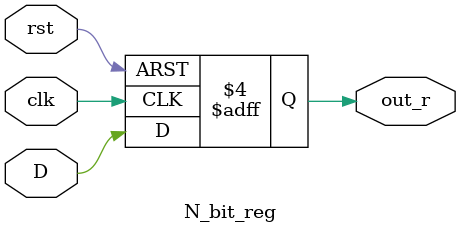
<source format=v>
module ALSU #(parameter INPUT_PRIORITY = "A", parameter FULL_ADDER = "ON" ) (
    A,B,opcode,
    cin,serial_in,direction,red_op_A,red_op_B,
    bypass_B,bypass_A,
    clk,rst,
    out,leds);
input [2:0] A,B,opcode;
wire [2:0] A_r,B_r,opcode_r;

input cin,serial_in,direction,red_op_A,red_op_B,bypass_A,bypass_B;
wire cin_r,serial_in_r,direction_r,red_op_A_r,red_op_B_r,bypass_A_r,bypass_B_r;

input clk,rst;
output [5:0] out;
reg [5:0] out_r;

output [15:0] leds;
reg [15:0] leds_r;

N_bit_reg #(.N (3)) A_reg(.D(A),.clk(clk),.rst(rst),.out_r(A_r)); 
N_bit_reg #(.N(3)) B_reg(.D(B),.clk(clk),.rst(rst),.out_r(B_r)); 
N_bit_reg #(.N(3)) opcode_reg(.D(opcode),.clk(clk),.rst(rst),.out_r(opcode_r));

N_bit_reg #(.N(1)) cin_reg(.D(cin),.clk(clk),.rst(rst),.out_r(cin_r)); 
N_bit_reg #(.N(1)) serial_in_reg(.D(serial_in),.clk(clk),.rst(rst),.out_r(serial_in_r)); 
N_bit_reg #(.N(1)) direction_reg(.D(direction),.clk(clk),.rst(rst),.out_r(direction_r)); 
N_bit_reg #(.N(1)) red_op_A_reg(.D(red_op_A),.clk(clk),.rst(rst),.out_r(red_op_A_r));  
N_bit_reg #(.N(1)) red_op_B_reg(.D(red_op_B),.clk(clk),.rst(rst),.out_r(red_op_B_r));  
N_bit_reg #(.N(1)) bypass_A_reg(.D(bypass_A),.clk(clk),.rst(rst),.out_r(bypass_A_r));    
N_bit_reg #(.N(1)) bypass_B_reg(.D(bypass_B),.clk(clk),.rst(rst),.out_r(bypass_B_r));

N_bit_reg #(.N(16)) leds_reg(.D(leds_r),.clk(clk),.rst(rst),.out_r(leds));    
N_bit_reg #(.N(6)) out_reg(.D(out_r),.clk(clk),.rst(rst),.out_r(out));    



    always @(posedge clk or posedge rst) begin
        if(rst == 1) begin
            out_r = 0;
            leds_r = 0;
        end

        else begin
            if ((bypass_A_r || bypass_B_r) == 1) begin // Bypass condition
            if ((INPUT_PRIORITY == "A") && (bypass_A_r == 1)) out_r = A_r;
            else if ((INPUT_PRIORITY == "A") && (bypass_A_r == 0) &&(bypass_B_r == 1)) out_r = B_r;
            else if ((INPUT_PRIORITY == "B") && (bypass_B_r == 1)) out_r = B_r;
            else if ((INPUT_PRIORITY == "B") && (bypass_B_r == 0) &&(bypass_A_r == 1)) out_r = A_r;     
            end 

            else if (opcode_r == 3'b000) begin    // AND
                if ((red_op_A_r && red_op_B_r) == 0) out_r = A_r & B_r;
                else if ((INPUT_PRIORITY == "A") && (red_op_A_r == 1)) out_r = &A_r; 
                else if ((INPUT_PRIORITY == "B") && (red_op_B_r == 1)) out_r = &B_r;
                else if ((INPUT_PRIORITY == "A") && (red_op_A_r == 0) &&(red_op_B_r == 1)) out_r = &B_r; 
                else if ((INPUT_PRIORITY == "B") && (red_op_B_r == 0) &&(red_op_A_r == 1)) out_r = &A_r; 
            end

            else if (opcode_r == 3'b001) begin  // XOR
                if ((red_op_A_r && red_op_B_r) == 0) out_r = A_r ^ B_r;
                else if ((INPUT_PRIORITY == "A") && (red_op_A_r == 1)) out_r = ^A_r; 
                else if ((INPUT_PRIORITY == "B") && (red_op_B_r == 1)) out_r = ^B_r;
                else if ((INPUT_PRIORITY == "A") && (red_op_A_r == 0) &&(red_op_B_r == 1)) out_r = ^B_r; 
                else if ((INPUT_PRIORITY == "B") && (red_op_B_r == 0) &&(red_op_A_r == 1)) out_r = ^A_r; 
            end

            else if (opcode_r == 3'b010) begin    // ADD
                 if (FULL_ADDER == "ON") out_r = A_r + B_r + cin_r;
                 else if (FULL_ADDER == "OFF") out_r = A_r + B_r;
            end 

            else if (opcode_r == 3'b011) begin    // MULTIPLY
                 out_r = A_r * B_r;
            end 

            else if (opcode_r == 3'b100) begin    // SHFIT
                 if (direction_r == 1) out_r = {out_r[4:0],serial_in_r};
                 else out_r = {serial_in_r,out_r[5:1]};
            end

            else if (opcode_r == 3'b101) begin    // ROTATE
                 if (direction_r == 1) out_r = {out_r[4:0],out_r[5]};
                 else out_r = {out_r[0],out_r[5:1]};
            end

            else if ((opcode_r == 3'b110) || (opcode_r == 3'b111)) begin    // invalid cases
                 if (leds_r == 16'hffff) begin
                    leds_r = 16'h0000;
                 end else leds_r = 16'hffff;
            end


        end

    end

endmodule

module N_bit_reg #(parameter N=1) (D,clk,rst,out_r);

    input [N-1:0] D;
    input rst,clk;
    output reg [N-1:0] out_r;

    always @(posedge clk or posedge rst) begin
        if (rst == 1) out_r <= 0;
        else if(clk == 1) out_r <= D;
    end
    
endmodule
</source>
